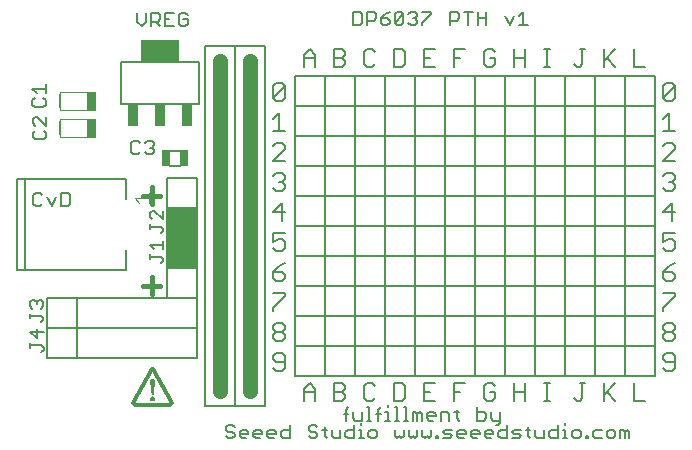
<source format=gto>
G75*
G70*
%OFA0B0*%
%FSLAX24Y24*%
%IPPOS*%
%LPD*%
%AMOC8*
5,1,8,0,0,1.08239X$1,22.5*
%
%ADD10C,0.0150*%
%ADD11R,0.1000X0.2000*%
%ADD12C,0.0060*%
%ADD13C,0.0050*%
%ADD14C,0.0120*%
%ADD15C,0.0040*%
%ADD16R,0.1260X0.0730*%
%ADD17R,0.0340X0.0730*%
%ADD18R,0.0079X0.0472*%
%ADD19R,0.0256X0.0591*%
%ADD20R,0.0256X0.0551*%
%ADD21C,0.0070*%
%ADD22C,0.0500*%
D10*
X008628Y008383D02*
X008628Y008951D01*
X008911Y008667D02*
X008344Y008667D01*
X008628Y011383D02*
X008628Y011951D01*
X008911Y011667D02*
X008344Y011667D01*
D11*
X009644Y010265D03*
D12*
X009144Y010265D02*
X009144Y011265D01*
X010144Y011265D01*
X010144Y010265D01*
X009144Y010265D01*
X010144Y010265D01*
X010144Y009265D01*
X009144Y009265D01*
X009144Y010265D01*
X008989Y010174D02*
X008989Y009880D01*
X008989Y010027D02*
X008549Y010027D01*
X008696Y009880D01*
X008549Y009714D02*
X008549Y009567D01*
X008549Y009640D02*
X008916Y009640D01*
X008989Y009567D01*
X008989Y009494D01*
X008916Y009420D01*
X009144Y009265D02*
X009144Y008265D01*
X010144Y008265D01*
X010144Y007265D01*
X010144Y006265D01*
X006144Y006265D01*
X006144Y007265D01*
X010144Y007265D01*
X006144Y007265D01*
X005144Y007265D01*
X005144Y006265D01*
X006144Y006265D01*
X005144Y006265D02*
X005144Y007265D01*
X006144Y007265D01*
X006144Y008265D01*
X010144Y008265D01*
X010144Y009265D01*
X010144Y008265D02*
X010144Y007265D01*
X005144Y007265D01*
X005144Y008265D01*
X006144Y008265D01*
X005144Y008265D02*
X005144Y007265D01*
X005017Y007141D02*
X004577Y007141D01*
X004797Y006921D01*
X004797Y007214D01*
X004928Y007445D02*
X005001Y007518D01*
X005001Y007591D01*
X004928Y007665D01*
X004561Y007665D01*
X004561Y007738D02*
X004561Y007591D01*
X004634Y007905D02*
X004561Y007978D01*
X004561Y008125D01*
X004634Y008199D01*
X004708Y008199D01*
X004781Y008125D01*
X004854Y008199D01*
X004928Y008199D01*
X005001Y008125D01*
X005001Y007978D01*
X004928Y007905D01*
X004781Y008052D02*
X004781Y008125D01*
X005144Y008265D02*
X010144Y008265D01*
X010144Y007265D02*
X010144Y006265D01*
X005144Y006265D01*
X004944Y006460D02*
X005017Y006534D01*
X005017Y006607D01*
X004944Y006681D01*
X004577Y006681D01*
X004577Y006754D02*
X004577Y006607D01*
X008916Y010420D02*
X008989Y010494D01*
X008989Y010567D01*
X008916Y010640D01*
X008549Y010640D01*
X008549Y010567D02*
X008549Y010714D01*
X008622Y010880D02*
X008549Y010954D01*
X008549Y011101D01*
X008622Y011174D01*
X008696Y011174D01*
X008989Y010880D01*
X008989Y011174D01*
X009144Y011265D02*
X009144Y012265D01*
X010144Y012265D01*
X010144Y011265D01*
X008621Y013053D02*
X008474Y013053D01*
X008400Y013126D01*
X008234Y013126D02*
X008160Y013053D01*
X008013Y013053D01*
X007940Y013126D01*
X007940Y013420D01*
X008013Y013493D01*
X008160Y013493D01*
X008234Y013420D01*
X008400Y013420D02*
X008474Y013493D01*
X008621Y013493D01*
X008694Y013420D01*
X008694Y013347D01*
X008621Y013273D01*
X008694Y013200D01*
X008694Y013126D01*
X008621Y013053D01*
X008621Y013273D02*
X008547Y013273D01*
X007604Y014717D02*
X007604Y016117D01*
X010184Y016117D01*
X010184Y014717D01*
X007604Y014717D01*
X005085Y014700D02*
X005085Y014846D01*
X005011Y014920D01*
X005085Y015087D02*
X005085Y015380D01*
X005085Y015233D02*
X004644Y015233D01*
X004791Y015087D01*
X004718Y014920D02*
X004644Y014846D01*
X004644Y014700D01*
X004718Y014626D01*
X005011Y014626D01*
X005085Y014700D01*
X005101Y014298D02*
X005101Y014004D01*
X004807Y014298D01*
X004734Y014298D01*
X004660Y014224D01*
X004660Y014077D01*
X004734Y014004D01*
X004734Y013837D02*
X004660Y013764D01*
X004660Y013617D01*
X004734Y013544D01*
X005027Y013544D01*
X005101Y013617D01*
X005101Y013764D01*
X005027Y013837D01*
X004894Y011762D02*
X004748Y011762D01*
X004674Y011689D01*
X004674Y011395D01*
X004748Y011322D01*
X004894Y011322D01*
X004968Y011395D01*
X005135Y011615D02*
X005281Y011322D01*
X005428Y011615D01*
X005595Y011762D02*
X005595Y011322D01*
X005815Y011322D01*
X005889Y011395D01*
X005889Y011689D01*
X005815Y011762D01*
X005595Y011762D01*
X004968Y011689D02*
X004894Y011762D01*
X008287Y017322D02*
X008433Y017468D01*
X008433Y017762D01*
X008600Y017762D02*
X008820Y017762D01*
X008894Y017689D01*
X008894Y017542D01*
X008820Y017468D01*
X008600Y017468D01*
X008600Y017322D02*
X008600Y017762D01*
X008747Y017468D02*
X008894Y017322D01*
X009061Y017322D02*
X009354Y017322D01*
X009521Y017395D02*
X009594Y017322D01*
X009741Y017322D01*
X009815Y017395D01*
X009815Y017542D01*
X009668Y017542D01*
X009815Y017689D02*
X009741Y017762D01*
X009594Y017762D01*
X009521Y017689D01*
X009521Y017395D01*
X009207Y017542D02*
X009061Y017542D01*
X009061Y017762D02*
X009061Y017322D01*
X009061Y017762D02*
X009354Y017762D01*
X008287Y017322D02*
X008140Y017468D01*
X008140Y017762D01*
X015338Y017798D02*
X015338Y017358D01*
X015558Y017358D01*
X015631Y017431D01*
X015631Y017725D01*
X015558Y017798D01*
X015338Y017798D01*
X015798Y017798D02*
X016018Y017798D01*
X016092Y017725D01*
X016092Y017578D01*
X016018Y017505D01*
X015798Y017505D01*
X015798Y017358D02*
X015798Y017798D01*
X016258Y017578D02*
X016258Y017431D01*
X016332Y017358D01*
X016479Y017358D01*
X016552Y017431D01*
X016552Y017505D01*
X016479Y017578D01*
X016258Y017578D01*
X016405Y017725D01*
X016552Y017798D01*
X016719Y017725D02*
X016792Y017798D01*
X016939Y017798D01*
X017012Y017725D01*
X016719Y017431D01*
X016792Y017358D01*
X016939Y017358D01*
X017012Y017431D01*
X017012Y017725D01*
X017179Y017725D02*
X017253Y017798D01*
X017399Y017798D01*
X017473Y017725D01*
X017473Y017652D01*
X017399Y017578D01*
X017473Y017505D01*
X017473Y017431D01*
X017399Y017358D01*
X017253Y017358D01*
X017179Y017431D01*
X017326Y017578D02*
X017399Y017578D01*
X017639Y017431D02*
X017639Y017358D01*
X017639Y017431D02*
X017933Y017725D01*
X017933Y017798D01*
X017639Y017798D01*
X018560Y017798D02*
X018560Y017358D01*
X018560Y017505D02*
X018780Y017505D01*
X018854Y017578D01*
X018854Y017725D01*
X018780Y017798D01*
X018560Y017798D01*
X019021Y017798D02*
X019314Y017798D01*
X019167Y017798D02*
X019167Y017358D01*
X019481Y017358D02*
X019481Y017798D01*
X019481Y017578D02*
X019774Y017578D01*
X019774Y017798D02*
X019774Y017358D01*
X020402Y017652D02*
X020548Y017358D01*
X020695Y017652D01*
X020862Y017652D02*
X021009Y017798D01*
X021009Y017358D01*
X020862Y017358D02*
X021156Y017358D01*
X016719Y017431D02*
X016719Y017725D01*
X016481Y004683D02*
X016481Y004609D01*
X016481Y004463D02*
X016481Y004169D01*
X016408Y004169D02*
X016554Y004169D01*
X016715Y004169D02*
X016861Y004169D01*
X016788Y004169D02*
X016788Y004609D01*
X016715Y004609D01*
X016481Y004463D02*
X016408Y004463D01*
X016248Y004389D02*
X016101Y004389D01*
X016174Y004536D02*
X016174Y004169D01*
X015941Y004169D02*
X015794Y004169D01*
X015867Y004169D02*
X015867Y004609D01*
X015794Y004609D01*
X015627Y004463D02*
X015627Y004169D01*
X015407Y004169D01*
X015334Y004243D01*
X015334Y004463D01*
X015173Y004389D02*
X015027Y004389D01*
X015100Y004536D02*
X015100Y004169D01*
X015152Y003872D02*
X015372Y003872D01*
X015372Y004019D02*
X015372Y003579D01*
X015152Y003579D01*
X015078Y003652D01*
X015078Y003799D01*
X015152Y003872D01*
X014912Y003872D02*
X014912Y003579D01*
X014691Y003579D01*
X014618Y003652D01*
X014618Y003872D01*
X014458Y003872D02*
X014311Y003872D01*
X014385Y003946D02*
X014385Y003652D01*
X014458Y003579D01*
X014144Y003652D02*
X014071Y003579D01*
X013924Y003579D01*
X013851Y003652D01*
X013924Y003799D02*
X013851Y003872D01*
X013851Y003946D01*
X013924Y004019D01*
X014071Y004019D01*
X014144Y003946D01*
X014071Y003799D02*
X014144Y003725D01*
X014144Y003652D01*
X014071Y003799D02*
X013924Y003799D01*
X013224Y003872D02*
X013004Y003872D01*
X012930Y003799D01*
X012930Y003652D01*
X013004Y003579D01*
X013224Y003579D01*
X013224Y004019D01*
X012763Y003799D02*
X012763Y003725D01*
X012470Y003725D01*
X012470Y003652D02*
X012470Y003799D01*
X012543Y003872D01*
X012690Y003872D01*
X012763Y003799D01*
X012690Y003579D02*
X012543Y003579D01*
X012470Y003652D01*
X012303Y003725D02*
X012009Y003725D01*
X012009Y003652D02*
X012009Y003799D01*
X012083Y003872D01*
X012230Y003872D01*
X012303Y003799D01*
X012303Y003725D01*
X012230Y003579D02*
X012083Y003579D01*
X012009Y003652D01*
X011843Y003725D02*
X011549Y003725D01*
X011549Y003652D02*
X011549Y003799D01*
X011622Y003872D01*
X011769Y003872D01*
X011843Y003799D01*
X011843Y003725D01*
X011769Y003579D02*
X011622Y003579D01*
X011549Y003652D01*
X011382Y003652D02*
X011309Y003579D01*
X011162Y003579D01*
X011089Y003652D01*
X011162Y003799D02*
X011309Y003799D01*
X011382Y003725D01*
X011382Y003652D01*
X011162Y003799D02*
X011089Y003872D01*
X011089Y003946D01*
X011162Y004019D01*
X011309Y004019D01*
X011382Y003946D01*
X015100Y004536D02*
X015173Y004609D01*
X015612Y004092D02*
X015612Y004019D01*
X015612Y003872D02*
X015612Y003579D01*
X015539Y003579D02*
X015686Y003579D01*
X015846Y003652D02*
X015919Y003579D01*
X016066Y003579D01*
X016139Y003652D01*
X016139Y003799D01*
X016066Y003872D01*
X015919Y003872D01*
X015846Y003799D01*
X015846Y003652D01*
X015612Y003872D02*
X015539Y003872D01*
X016174Y004536D02*
X016248Y004609D01*
X017021Y004609D02*
X017095Y004609D01*
X017095Y004169D01*
X017168Y004169D02*
X017021Y004169D01*
X017018Y003872D02*
X017018Y003652D01*
X016945Y003579D01*
X016871Y003652D01*
X016798Y003579D01*
X016725Y003652D01*
X016725Y003872D01*
X017185Y003872D02*
X017185Y003652D01*
X017258Y003579D01*
X017332Y003652D01*
X017405Y003579D01*
X017478Y003652D01*
X017478Y003872D01*
X017645Y003872D02*
X017645Y003652D01*
X017719Y003579D01*
X017792Y003652D01*
X017865Y003579D01*
X017939Y003652D01*
X017939Y003872D01*
X018106Y003652D02*
X018179Y003652D01*
X018179Y003579D01*
X018106Y003579D01*
X018106Y003652D01*
X018336Y003579D02*
X018556Y003579D01*
X018629Y003652D01*
X018556Y003725D01*
X018409Y003725D01*
X018336Y003799D01*
X018409Y003872D01*
X018629Y003872D01*
X018796Y003799D02*
X018869Y003872D01*
X019016Y003872D01*
X019090Y003799D01*
X019090Y003725D01*
X018796Y003725D01*
X018796Y003652D02*
X018796Y003799D01*
X018796Y003652D02*
X018869Y003579D01*
X019016Y003579D01*
X019256Y003652D02*
X019256Y003799D01*
X019330Y003872D01*
X019477Y003872D01*
X019550Y003799D01*
X019550Y003725D01*
X019256Y003725D01*
X019256Y003652D02*
X019330Y003579D01*
X019477Y003579D01*
X019717Y003652D02*
X019717Y003799D01*
X019790Y003872D01*
X019937Y003872D01*
X020010Y003799D01*
X020010Y003725D01*
X019717Y003725D01*
X019717Y003652D02*
X019790Y003579D01*
X019937Y003579D01*
X020177Y003652D02*
X020251Y003579D01*
X020471Y003579D01*
X020471Y004019D01*
X020471Y003872D02*
X020251Y003872D01*
X020177Y003799D01*
X020177Y003652D01*
X020157Y004022D02*
X020084Y004022D01*
X020157Y004022D02*
X020231Y004096D01*
X020231Y004463D01*
X019937Y004463D02*
X019937Y004243D01*
X020010Y004169D01*
X020231Y004169D01*
X019770Y004243D02*
X019770Y004389D01*
X019697Y004463D01*
X019477Y004463D01*
X019477Y004609D02*
X019477Y004169D01*
X019697Y004169D01*
X019770Y004243D01*
X018856Y004169D02*
X018783Y004243D01*
X018783Y004536D01*
X018709Y004463D02*
X018856Y004463D01*
X018543Y004389D02*
X018543Y004169D01*
X018543Y004389D02*
X018469Y004463D01*
X018249Y004463D01*
X018249Y004169D01*
X018082Y004316D02*
X017789Y004316D01*
X017789Y004389D02*
X017862Y004463D01*
X018009Y004463D01*
X018082Y004389D01*
X018082Y004316D01*
X018009Y004169D02*
X017862Y004169D01*
X017789Y004243D01*
X017789Y004389D01*
X017622Y004389D02*
X017622Y004169D01*
X017475Y004169D02*
X017475Y004389D01*
X017549Y004463D01*
X017622Y004389D01*
X017475Y004389D02*
X017402Y004463D01*
X017328Y004463D01*
X017328Y004169D01*
X020638Y003799D02*
X020711Y003872D01*
X020931Y003872D01*
X020858Y003725D02*
X020711Y003725D01*
X020638Y003799D01*
X020638Y003579D02*
X020858Y003579D01*
X020931Y003652D01*
X020858Y003725D01*
X021098Y003872D02*
X021245Y003872D01*
X021171Y003946D02*
X021171Y003652D01*
X021245Y003579D01*
X021405Y003652D02*
X021478Y003579D01*
X021698Y003579D01*
X021698Y003872D01*
X021865Y003799D02*
X021939Y003872D01*
X022159Y003872D01*
X022159Y004019D02*
X022159Y003579D01*
X021939Y003579D01*
X021865Y003652D01*
X021865Y003799D01*
X022325Y003872D02*
X022399Y003872D01*
X022399Y003579D01*
X022472Y003579D02*
X022325Y003579D01*
X022632Y003652D02*
X022706Y003579D01*
X022853Y003579D01*
X022926Y003652D01*
X022926Y003799D01*
X022853Y003872D01*
X022706Y003872D01*
X022632Y003799D01*
X022632Y003652D01*
X022399Y004019D02*
X022399Y004092D01*
X023093Y003652D02*
X023166Y003652D01*
X023166Y003579D01*
X023093Y003579D01*
X023093Y003652D01*
X023323Y003652D02*
X023396Y003579D01*
X023616Y003579D01*
X023783Y003652D02*
X023857Y003579D01*
X024003Y003579D01*
X024077Y003652D01*
X024077Y003799D01*
X024003Y003872D01*
X023857Y003872D01*
X023783Y003799D01*
X023783Y003652D01*
X023616Y003872D02*
X023396Y003872D01*
X023323Y003799D01*
X023323Y003652D01*
X024244Y003579D02*
X024244Y003872D01*
X024317Y003872D01*
X024390Y003799D01*
X024464Y003872D01*
X024537Y003799D01*
X024537Y003579D01*
X024390Y003579D02*
X024390Y003799D01*
X021405Y003872D02*
X021405Y003652D01*
D13*
X021394Y005667D02*
X020394Y005667D01*
X020394Y015667D01*
X021394Y015667D01*
X021394Y005667D01*
X022394Y005667D01*
X022394Y015667D01*
X023394Y015667D01*
X023394Y005667D01*
X024394Y005667D01*
X024394Y015667D01*
X025394Y015667D01*
X025394Y005667D01*
X024394Y005667D01*
X023394Y005667D02*
X022394Y005667D01*
X020394Y005667D02*
X019394Y005667D01*
X019394Y015667D01*
X020394Y015667D01*
X019394Y015667D02*
X018394Y015667D01*
X018394Y005667D01*
X019394Y005667D01*
X018394Y005667D02*
X017394Y005667D01*
X017394Y015667D01*
X018394Y015667D01*
X017394Y015667D02*
X016394Y015667D01*
X016394Y005667D01*
X017394Y005667D01*
X016394Y005667D02*
X015394Y005667D01*
X015394Y015667D01*
X016394Y015667D01*
X015394Y015667D02*
X014394Y015667D01*
X014394Y005667D01*
X015394Y005667D01*
X014394Y005667D02*
X013394Y005667D01*
X013394Y015667D01*
X014394Y015667D01*
X013394Y014667D02*
X025394Y014667D01*
X025394Y013667D02*
X013394Y013667D01*
X013394Y012667D02*
X025394Y012667D01*
X025394Y011667D02*
X013394Y011667D01*
X013394Y010667D02*
X025394Y010667D01*
X025394Y009667D02*
X013394Y009667D01*
X013394Y008667D02*
X025394Y008667D01*
X025394Y007667D02*
X013394Y007667D01*
X013394Y006667D02*
X025394Y006667D01*
X012394Y004667D02*
X012394Y016667D01*
X011394Y016667D01*
X011394Y004667D01*
X012394Y004667D01*
X011394Y004667D02*
X010394Y004667D01*
X010394Y016667D01*
X011394Y016667D01*
X009556Y013167D02*
X009233Y013167D01*
X009233Y012667D02*
X009556Y012667D01*
X007760Y012216D02*
X007760Y011940D01*
X007760Y011547D01*
X007760Y012216D02*
X006835Y012216D01*
X005890Y012216D01*
X004670Y012216D01*
X004394Y012216D01*
X004138Y012216D01*
X004138Y009184D01*
X004394Y009184D01*
X004670Y009184D01*
X005890Y009184D01*
X006835Y009184D01*
X007760Y009184D01*
X007760Y009460D01*
X007760Y009854D01*
X004394Y009184D02*
X004394Y012216D01*
X008601Y005488D02*
X008699Y005488D01*
X008650Y005045D01*
X008601Y005488D01*
X008605Y005456D02*
X008696Y005456D01*
X008691Y005407D02*
X008610Y005407D01*
X008615Y005358D02*
X008685Y005358D01*
X008680Y005310D02*
X008621Y005310D01*
X008626Y005261D02*
X008674Y005261D01*
X008669Y005213D02*
X008632Y005213D01*
X008637Y005164D02*
X008664Y005164D01*
X008658Y005116D02*
X008642Y005116D01*
X008648Y005067D02*
X008653Y005067D01*
X008601Y004897D02*
X008603Y004910D01*
X008608Y004922D01*
X008617Y004933D01*
X008627Y004941D01*
X008640Y004945D01*
X008653Y004946D01*
X008666Y004943D01*
X008678Y004937D01*
X008688Y004928D01*
X008695Y004917D01*
X008699Y004904D01*
X008699Y004890D01*
X008695Y004877D01*
X008688Y004866D01*
X008678Y004857D01*
X008666Y004851D01*
X008653Y004848D01*
X008640Y004849D01*
X008627Y004853D01*
X008617Y004861D01*
X008608Y004872D01*
X008603Y004884D01*
X008601Y004897D01*
X008601Y005488D02*
X008603Y005501D01*
X008608Y005512D01*
X008615Y005523D01*
X008626Y005530D01*
X008637Y005535D01*
X008650Y005537D01*
X008663Y005535D01*
X008675Y005530D01*
X008685Y005523D01*
X008692Y005512D01*
X008697Y005501D01*
X008699Y005488D01*
X021394Y015667D02*
X022394Y015667D01*
X023394Y015667D02*
X024394Y015667D01*
D14*
X008626Y005881D02*
X008010Y004749D01*
X008060Y004700D01*
X009241Y004700D01*
X009290Y004749D01*
X008675Y005881D01*
X008626Y005881D01*
D15*
X008516Y011441D02*
X008516Y011748D01*
X008516Y011594D02*
X008056Y011594D01*
X008209Y011441D01*
X006715Y013621D02*
X005573Y013621D01*
X005573Y014212D01*
X006715Y014212D01*
X006715Y013621D01*
X006715Y014523D02*
X005573Y014523D01*
X005573Y015114D01*
X006715Y015114D01*
X006715Y014523D01*
D16*
X008894Y016492D03*
X008894Y016492D03*
D17*
X008894Y014342D03*
X008894Y014342D03*
X009804Y014342D03*
X009804Y014342D03*
X007984Y014342D03*
X007984Y014342D03*
D18*
X006735Y013917D03*
X005554Y013917D03*
X005554Y014818D03*
X006735Y014818D03*
D19*
X006587Y014818D03*
X006587Y013917D03*
D20*
X009102Y012917D03*
X009682Y012917D03*
D21*
X012672Y012827D02*
X013066Y013220D01*
X013066Y013319D01*
X012968Y013417D01*
X012771Y013417D01*
X012672Y013319D01*
X012672Y012827D02*
X013066Y012827D01*
X012968Y012417D02*
X013066Y012319D01*
X013066Y012220D01*
X012968Y012122D01*
X013066Y012024D01*
X013066Y011925D01*
X012968Y011827D01*
X012771Y011827D01*
X012672Y011925D01*
X012869Y012122D02*
X012968Y012122D01*
X012968Y012417D02*
X012771Y012417D01*
X012672Y012319D01*
X012968Y011417D02*
X012672Y011122D01*
X013066Y011122D01*
X012968Y010827D02*
X012968Y011417D01*
X013066Y010417D02*
X012672Y010417D01*
X012672Y010122D01*
X012869Y010220D01*
X012968Y010220D01*
X013066Y010122D01*
X013066Y009925D01*
X012968Y009827D01*
X012771Y009827D01*
X012672Y009925D01*
X012869Y009319D02*
X012672Y009122D01*
X012968Y009122D01*
X013066Y009024D01*
X013066Y008925D01*
X012968Y008827D01*
X012771Y008827D01*
X012672Y008925D01*
X012672Y009122D01*
X012869Y009319D02*
X013066Y009417D01*
X013066Y008417D02*
X012672Y008417D01*
X013066Y008417D02*
X013066Y008319D01*
X012672Y007925D01*
X012672Y007827D01*
X012771Y007417D02*
X012968Y007417D01*
X013066Y007319D01*
X013066Y007220D01*
X012968Y007122D01*
X012771Y007122D01*
X012672Y007220D01*
X012672Y007319D01*
X012771Y007417D01*
X012771Y007122D02*
X012672Y007024D01*
X012672Y006925D01*
X012771Y006827D01*
X012968Y006827D01*
X013066Y006925D01*
X013066Y007024D01*
X012968Y007122D01*
X012968Y006417D02*
X012771Y006417D01*
X012672Y006319D01*
X012672Y006220D01*
X012771Y006122D01*
X013066Y006122D01*
X013066Y006319D02*
X012968Y006417D01*
X013066Y006319D02*
X013066Y005925D01*
X012968Y005827D01*
X012771Y005827D01*
X012672Y005925D01*
X013683Y005220D02*
X013880Y005417D01*
X014077Y005220D01*
X014077Y004827D01*
X013683Y004827D02*
X013683Y005220D01*
X013683Y005122D02*
X014077Y005122D01*
X014683Y005122D02*
X014979Y005122D01*
X015077Y005024D01*
X015077Y004925D01*
X014979Y004827D01*
X014683Y004827D01*
X014683Y005417D01*
X014979Y005417D01*
X015077Y005319D01*
X015077Y005220D01*
X014979Y005122D01*
X015683Y005319D02*
X015683Y004925D01*
X015782Y004827D01*
X015979Y004827D01*
X016077Y004925D01*
X016077Y005319D02*
X015979Y005417D01*
X015782Y005417D01*
X015683Y005319D01*
X016683Y005417D02*
X016683Y004827D01*
X016979Y004827D01*
X017077Y004925D01*
X017077Y005319D01*
X016979Y005417D01*
X016683Y005417D01*
X017683Y005417D02*
X017683Y004827D01*
X018077Y004827D01*
X017880Y005122D02*
X017683Y005122D01*
X017683Y005417D02*
X018077Y005417D01*
X018683Y005417D02*
X019077Y005417D01*
X018880Y005122D02*
X018683Y005122D01*
X018683Y004827D02*
X018683Y005417D01*
X019683Y005319D02*
X019683Y004925D01*
X019782Y004827D01*
X019979Y004827D01*
X020077Y004925D01*
X020077Y005122D01*
X019880Y005122D01*
X019683Y005319D02*
X019782Y005417D01*
X019979Y005417D01*
X020077Y005319D01*
X020683Y005417D02*
X020683Y004827D01*
X021077Y004827D02*
X021077Y005417D01*
X021077Y005122D02*
X020683Y005122D01*
X021683Y005417D02*
X021880Y005417D01*
X021782Y005417D02*
X021782Y004827D01*
X021880Y004827D02*
X021683Y004827D01*
X022683Y004925D02*
X022782Y004827D01*
X022880Y004827D01*
X022979Y004925D01*
X022979Y005417D01*
X023077Y005417D02*
X022880Y005417D01*
X023683Y005417D02*
X023683Y004827D01*
X023683Y005024D02*
X024077Y005417D01*
X023782Y005122D02*
X024077Y004827D01*
X024683Y004827D02*
X025077Y004827D01*
X024683Y004827D02*
X024683Y005417D01*
X025671Y005925D02*
X025770Y005827D01*
X025967Y005827D01*
X026065Y005925D01*
X026065Y006319D01*
X025967Y006417D01*
X025770Y006417D01*
X025671Y006319D01*
X025671Y006220D01*
X025770Y006122D01*
X026065Y006122D01*
X025967Y006827D02*
X025770Y006827D01*
X025671Y006925D01*
X025671Y007024D01*
X025770Y007122D01*
X025967Y007122D01*
X026065Y007024D01*
X026065Y006925D01*
X025967Y006827D01*
X025967Y007122D02*
X026065Y007220D01*
X026065Y007319D01*
X025967Y007417D01*
X025770Y007417D01*
X025671Y007319D01*
X025671Y007220D01*
X025770Y007122D01*
X025671Y007827D02*
X025671Y007925D01*
X026065Y008319D01*
X026065Y008417D01*
X025671Y008417D01*
X025770Y008827D02*
X025967Y008827D01*
X026065Y008925D01*
X026065Y009024D01*
X025967Y009122D01*
X025671Y009122D01*
X025671Y008925D01*
X025770Y008827D01*
X025671Y009122D02*
X025868Y009319D01*
X026065Y009417D01*
X025967Y009827D02*
X025770Y009827D01*
X025671Y009925D01*
X025671Y010122D02*
X025868Y010220D01*
X025967Y010220D01*
X026065Y010122D01*
X026065Y009925D01*
X025967Y009827D01*
X025671Y010122D02*
X025671Y010417D01*
X026065Y010417D01*
X025967Y010827D02*
X025967Y011417D01*
X025671Y011122D01*
X026065Y011122D01*
X025967Y011827D02*
X025770Y011827D01*
X025671Y011925D01*
X025868Y012122D02*
X025967Y012122D01*
X026065Y012024D01*
X026065Y011925D01*
X025967Y011827D01*
X025967Y012122D02*
X026065Y012220D01*
X026065Y012319D01*
X025967Y012417D01*
X025770Y012417D01*
X025671Y012319D01*
X025671Y012827D02*
X026065Y013220D01*
X026065Y013319D01*
X025967Y013417D01*
X025770Y013417D01*
X025671Y013319D01*
X025671Y012827D02*
X026065Y012827D01*
X026065Y013827D02*
X025671Y013827D01*
X025868Y013827D02*
X025868Y014417D01*
X025671Y014220D01*
X025770Y014827D02*
X025671Y014925D01*
X026065Y015319D01*
X026065Y014925D01*
X025967Y014827D01*
X025770Y014827D01*
X025671Y014925D02*
X025671Y015319D01*
X025770Y015417D01*
X025967Y015417D01*
X026065Y015319D01*
X025077Y015952D02*
X024683Y015952D01*
X024683Y016542D01*
X024077Y016542D02*
X023683Y016149D01*
X023782Y016247D02*
X024077Y015952D01*
X023683Y015952D02*
X023683Y016542D01*
X023077Y016542D02*
X022880Y016542D01*
X022979Y016542D02*
X022979Y016050D01*
X022880Y015952D01*
X022782Y015952D01*
X022683Y016050D01*
X021880Y015952D02*
X021683Y015952D01*
X021782Y015952D02*
X021782Y016542D01*
X021880Y016542D02*
X021683Y016542D01*
X021077Y016542D02*
X021077Y015952D01*
X020683Y015952D02*
X020683Y016542D01*
X020683Y016247D02*
X021077Y016247D01*
X020077Y016247D02*
X020077Y016050D01*
X019979Y015952D01*
X019782Y015952D01*
X019683Y016050D01*
X019683Y016444D01*
X019782Y016542D01*
X019979Y016542D01*
X020077Y016444D01*
X020077Y016247D02*
X019880Y016247D01*
X019077Y016542D02*
X018683Y016542D01*
X018683Y015952D01*
X018683Y016247D02*
X018880Y016247D01*
X018077Y016542D02*
X017683Y016542D01*
X017683Y015952D01*
X018077Y015952D01*
X017880Y016247D02*
X017683Y016247D01*
X017077Y016050D02*
X017077Y016444D01*
X016979Y016542D01*
X016683Y016542D01*
X016683Y015952D01*
X016979Y015952D01*
X017077Y016050D01*
X016077Y016050D02*
X015979Y015952D01*
X015782Y015952D01*
X015683Y016050D01*
X015683Y016444D01*
X015782Y016542D01*
X015979Y016542D01*
X016077Y016444D01*
X015077Y016444D02*
X015077Y016345D01*
X014979Y016247D01*
X014683Y016247D01*
X014683Y016542D02*
X014979Y016542D01*
X015077Y016444D01*
X014979Y016247D02*
X015077Y016149D01*
X015077Y016050D01*
X014979Y015952D01*
X014683Y015952D01*
X014683Y016542D01*
X014077Y016345D02*
X014077Y015952D01*
X013683Y015952D02*
X013683Y016345D01*
X013880Y016542D01*
X014077Y016345D01*
X014077Y016247D02*
X013683Y016247D01*
X012968Y015417D02*
X013066Y015319D01*
X012672Y014925D01*
X012771Y014827D01*
X012968Y014827D01*
X013066Y014925D01*
X013066Y015319D01*
X012968Y015417D02*
X012771Y015417D01*
X012672Y015319D01*
X012672Y014925D01*
X012869Y014417D02*
X012869Y013827D01*
X012672Y013827D02*
X013066Y013827D01*
X012672Y014220D02*
X012869Y014417D01*
D22*
X011894Y016167D02*
X011894Y005167D01*
X010894Y005167D02*
X010894Y016167D01*
M02*

</source>
